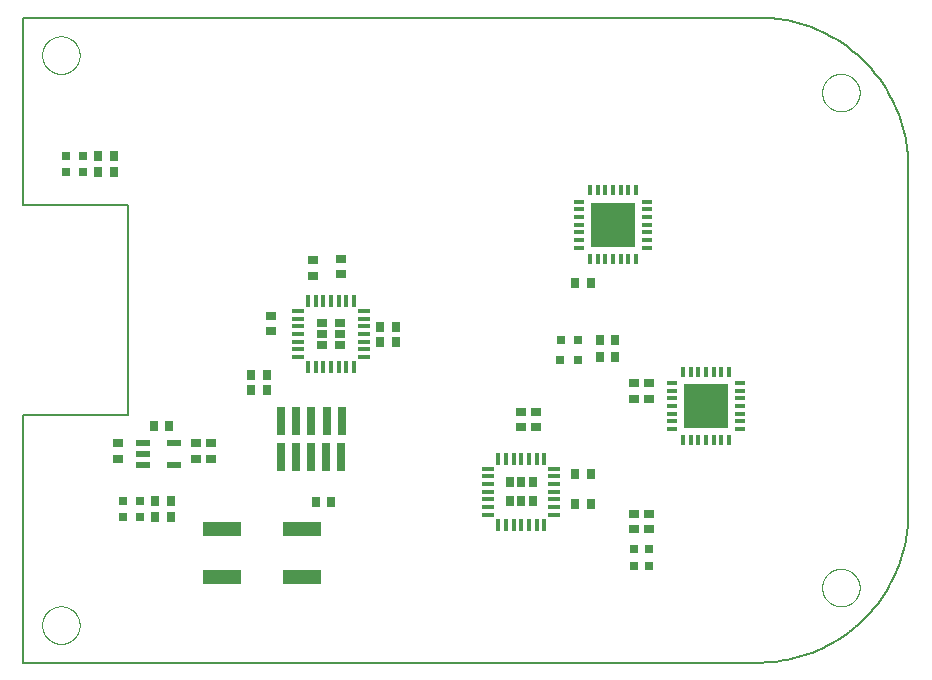
<source format=gtp>
G75*
%MOIN*%
%OFA0B0*%
%FSLAX25Y25*%
%IPPOS*%
%LPD*%
%AMOC8*
5,1,8,0,0,1.08239X$1,22.5*
%
%ADD10C,0.00800*%
%ADD11R,0.03543X0.02756*%
%ADD12R,0.02756X0.03543*%
%ADD13R,0.03150X0.03150*%
%ADD14R,0.01400X0.04000*%
%ADD15R,0.04000X0.01400*%
%ADD16R,0.03750X0.02500*%
%ADD17R,0.02650X0.09700*%
%ADD18R,0.04724X0.02165*%
%ADD19C,0.00000*%
%ADD20R,0.01700X0.03200*%
%ADD21R,0.03200X0.01700*%
%ADD22R,0.14600X0.14600*%
%ADD23R,0.02500X0.03750*%
%ADD24R,0.12598X0.04724*%
D10*
X0055400Y0026400D02*
X0300400Y0026400D01*
X0301608Y0026415D01*
X0302816Y0026458D01*
X0304022Y0026531D01*
X0305226Y0026633D01*
X0306427Y0026765D01*
X0307624Y0026925D01*
X0308818Y0027114D01*
X0310006Y0027331D01*
X0311189Y0027578D01*
X0312366Y0027853D01*
X0313535Y0028156D01*
X0314697Y0028488D01*
X0315851Y0028847D01*
X0316995Y0029234D01*
X0318130Y0029649D01*
X0319255Y0030091D01*
X0320368Y0030560D01*
X0321470Y0031056D01*
X0322560Y0031579D01*
X0323636Y0032127D01*
X0324699Y0032702D01*
X0325748Y0033302D01*
X0326782Y0033927D01*
X0327801Y0034576D01*
X0328803Y0035251D01*
X0329789Y0035949D01*
X0330758Y0036671D01*
X0331709Y0037416D01*
X0332642Y0038184D01*
X0333556Y0038974D01*
X0334451Y0039787D01*
X0335326Y0040620D01*
X0336180Y0041474D01*
X0337013Y0042349D01*
X0337826Y0043244D01*
X0338616Y0044158D01*
X0339384Y0045091D01*
X0340129Y0046042D01*
X0340851Y0047011D01*
X0341549Y0047997D01*
X0342224Y0048999D01*
X0342873Y0050018D01*
X0343498Y0051052D01*
X0344098Y0052101D01*
X0344673Y0053164D01*
X0345221Y0054240D01*
X0345744Y0055330D01*
X0346240Y0056432D01*
X0346709Y0057545D01*
X0347151Y0058670D01*
X0347566Y0059805D01*
X0347953Y0060949D01*
X0348312Y0062103D01*
X0348644Y0063265D01*
X0348947Y0064434D01*
X0349222Y0065611D01*
X0349469Y0066794D01*
X0349686Y0067982D01*
X0349875Y0069176D01*
X0350035Y0070373D01*
X0350167Y0071574D01*
X0350269Y0072778D01*
X0350342Y0073984D01*
X0350385Y0075192D01*
X0350400Y0076400D01*
X0350400Y0191400D01*
X0350385Y0192608D01*
X0350342Y0193816D01*
X0350269Y0195022D01*
X0350167Y0196226D01*
X0350035Y0197427D01*
X0349875Y0198624D01*
X0349686Y0199818D01*
X0349469Y0201006D01*
X0349222Y0202189D01*
X0348947Y0203366D01*
X0348644Y0204535D01*
X0348312Y0205697D01*
X0347953Y0206851D01*
X0347566Y0207995D01*
X0347151Y0209130D01*
X0346709Y0210255D01*
X0346240Y0211368D01*
X0345744Y0212470D01*
X0345221Y0213560D01*
X0344673Y0214636D01*
X0344098Y0215699D01*
X0343498Y0216748D01*
X0342873Y0217782D01*
X0342224Y0218801D01*
X0341549Y0219803D01*
X0340851Y0220789D01*
X0340129Y0221758D01*
X0339384Y0222709D01*
X0338616Y0223642D01*
X0337826Y0224556D01*
X0337013Y0225451D01*
X0336180Y0226326D01*
X0335326Y0227180D01*
X0334451Y0228013D01*
X0333556Y0228826D01*
X0332642Y0229616D01*
X0331709Y0230384D01*
X0330758Y0231129D01*
X0329789Y0231851D01*
X0328803Y0232549D01*
X0327801Y0233224D01*
X0326782Y0233873D01*
X0325748Y0234498D01*
X0324699Y0235098D01*
X0323636Y0235673D01*
X0322560Y0236221D01*
X0321470Y0236744D01*
X0320368Y0237240D01*
X0319255Y0237709D01*
X0318130Y0238151D01*
X0316995Y0238566D01*
X0315851Y0238953D01*
X0314697Y0239312D01*
X0313535Y0239644D01*
X0312366Y0239947D01*
X0311189Y0240222D01*
X0310006Y0240469D01*
X0308818Y0240686D01*
X0307624Y0240875D01*
X0306427Y0241035D01*
X0305226Y0241167D01*
X0304022Y0241269D01*
X0302816Y0241342D01*
X0301608Y0241385D01*
X0300400Y0241400D01*
X0055400Y0241400D01*
X0055400Y0178900D01*
X0090400Y0178900D01*
X0090400Y0108900D01*
X0055400Y0108900D01*
X0055400Y0026400D01*
D11*
X0086900Y0094341D03*
X0086900Y0099459D03*
X0112900Y0099459D03*
X0117900Y0099459D03*
X0117900Y0094341D03*
X0112900Y0094341D03*
X0137900Y0136841D03*
X0137900Y0141959D03*
X0151900Y0155341D03*
X0151900Y0160459D03*
X0161400Y0160959D03*
X0161400Y0155841D03*
X0221400Y0109959D03*
X0226400Y0109959D03*
X0226400Y0104841D03*
X0221400Y0104841D03*
X0258900Y0114341D03*
X0263900Y0114341D03*
X0263900Y0119459D03*
X0258900Y0119459D03*
X0258900Y0075959D03*
X0263900Y0075959D03*
X0263900Y0070841D03*
X0258900Y0070841D03*
D12*
X0244459Y0079400D03*
X0239341Y0079400D03*
X0239341Y0089400D03*
X0244459Y0089400D03*
X0247591Y0128150D03*
X0252709Y0128150D03*
X0252709Y0133900D03*
X0247591Y0133900D03*
X0244459Y0152900D03*
X0239341Y0152900D03*
X0179459Y0138400D03*
X0174341Y0138400D03*
X0174341Y0133400D03*
X0179459Y0133400D03*
X0136459Y0122400D03*
X0131341Y0122400D03*
X0131341Y0117400D03*
X0136459Y0117400D03*
X0103959Y0105400D03*
X0098841Y0105400D03*
X0099341Y0080400D03*
X0104459Y0080400D03*
X0104459Y0074900D03*
X0099341Y0074900D03*
X0152841Y0079900D03*
X0157959Y0079900D03*
X0085459Y0189900D03*
X0080341Y0189900D03*
X0080341Y0195400D03*
X0085459Y0195400D03*
D13*
X0075353Y0195400D03*
X0069447Y0195400D03*
X0069447Y0189900D03*
X0075353Y0189900D03*
X0088447Y0080400D03*
X0088447Y0074900D03*
X0094353Y0074900D03*
X0094353Y0080400D03*
X0234197Y0127150D03*
X0240103Y0127150D03*
X0240353Y0133900D03*
X0234447Y0133900D03*
X0258900Y0064353D03*
X0263900Y0064353D03*
X0263900Y0058447D03*
X0258900Y0058447D03*
D14*
X0229100Y0072400D03*
X0226500Y0072400D03*
X0224000Y0072400D03*
X0221400Y0072400D03*
X0218800Y0072400D03*
X0216300Y0072400D03*
X0213700Y0072400D03*
X0213700Y0094400D03*
X0216300Y0094400D03*
X0218800Y0094400D03*
X0221400Y0094400D03*
X0224000Y0094400D03*
X0226500Y0094400D03*
X0229100Y0094400D03*
X0165600Y0124900D03*
X0163000Y0124900D03*
X0160500Y0124900D03*
X0157900Y0124900D03*
X0155300Y0124900D03*
X0152800Y0124900D03*
X0150200Y0124900D03*
X0150200Y0146900D03*
X0152800Y0146900D03*
X0155300Y0146900D03*
X0157900Y0146900D03*
X0160500Y0146900D03*
X0163000Y0146900D03*
X0165600Y0146900D03*
D15*
X0168900Y0143600D03*
X0168900Y0141000D03*
X0168900Y0138500D03*
X0168900Y0135900D03*
X0168900Y0133300D03*
X0168900Y0130800D03*
X0168900Y0128200D03*
X0146900Y0128200D03*
X0146900Y0130800D03*
X0146900Y0133300D03*
X0146900Y0135900D03*
X0146900Y0138500D03*
X0146900Y0141000D03*
X0146900Y0143600D03*
X0210400Y0091100D03*
X0210400Y0088500D03*
X0210400Y0086000D03*
X0210400Y0083400D03*
X0210400Y0080800D03*
X0210400Y0078300D03*
X0210400Y0075700D03*
X0232400Y0075700D03*
X0232400Y0078300D03*
X0232400Y0080800D03*
X0232400Y0083400D03*
X0232400Y0086000D03*
X0232400Y0088500D03*
X0232400Y0091100D03*
D16*
X0161025Y0132150D03*
X0161025Y0135900D03*
X0161025Y0139650D03*
X0154775Y0139650D03*
X0154775Y0135900D03*
X0154775Y0132150D03*
D17*
X0156525Y0106850D03*
X0161475Y0106900D03*
X0151425Y0106900D03*
X0146375Y0106950D03*
X0141375Y0106850D03*
X0141325Y0094850D03*
X0146325Y0094850D03*
X0151425Y0094800D03*
X0156425Y0094900D03*
X0161425Y0094900D03*
D18*
X0105518Y0092160D03*
X0105518Y0099640D03*
X0095282Y0099640D03*
X0095282Y0095900D03*
X0095282Y0092160D03*
D19*
X0061650Y0038900D02*
X0061652Y0039058D01*
X0061658Y0039215D01*
X0061668Y0039373D01*
X0061682Y0039530D01*
X0061700Y0039686D01*
X0061721Y0039843D01*
X0061747Y0039998D01*
X0061777Y0040153D01*
X0061810Y0040307D01*
X0061848Y0040460D01*
X0061889Y0040613D01*
X0061934Y0040764D01*
X0061983Y0040914D01*
X0062036Y0041062D01*
X0062092Y0041210D01*
X0062153Y0041355D01*
X0062216Y0041500D01*
X0062284Y0041642D01*
X0062355Y0041783D01*
X0062429Y0041922D01*
X0062507Y0042059D01*
X0062589Y0042194D01*
X0062673Y0042327D01*
X0062762Y0042458D01*
X0062853Y0042586D01*
X0062948Y0042713D01*
X0063045Y0042836D01*
X0063146Y0042958D01*
X0063250Y0043076D01*
X0063357Y0043192D01*
X0063467Y0043305D01*
X0063579Y0043416D01*
X0063695Y0043523D01*
X0063813Y0043628D01*
X0063933Y0043730D01*
X0064056Y0043828D01*
X0064182Y0043924D01*
X0064310Y0044016D01*
X0064440Y0044105D01*
X0064572Y0044191D01*
X0064707Y0044273D01*
X0064844Y0044352D01*
X0064982Y0044427D01*
X0065122Y0044499D01*
X0065265Y0044567D01*
X0065408Y0044632D01*
X0065554Y0044693D01*
X0065701Y0044750D01*
X0065849Y0044804D01*
X0065999Y0044854D01*
X0066149Y0044900D01*
X0066301Y0044942D01*
X0066454Y0044981D01*
X0066608Y0045015D01*
X0066763Y0045046D01*
X0066918Y0045072D01*
X0067074Y0045095D01*
X0067231Y0045114D01*
X0067388Y0045129D01*
X0067545Y0045140D01*
X0067703Y0045147D01*
X0067861Y0045150D01*
X0068018Y0045149D01*
X0068176Y0045144D01*
X0068333Y0045135D01*
X0068491Y0045122D01*
X0068647Y0045105D01*
X0068804Y0045084D01*
X0068959Y0045060D01*
X0069114Y0045031D01*
X0069269Y0044998D01*
X0069422Y0044962D01*
X0069575Y0044921D01*
X0069726Y0044877D01*
X0069876Y0044829D01*
X0070025Y0044778D01*
X0070173Y0044722D01*
X0070319Y0044663D01*
X0070464Y0044600D01*
X0070607Y0044533D01*
X0070748Y0044463D01*
X0070887Y0044390D01*
X0071025Y0044313D01*
X0071161Y0044232D01*
X0071294Y0044148D01*
X0071425Y0044061D01*
X0071554Y0043970D01*
X0071681Y0043876D01*
X0071806Y0043779D01*
X0071927Y0043679D01*
X0072047Y0043576D01*
X0072163Y0043470D01*
X0072277Y0043361D01*
X0072389Y0043249D01*
X0072497Y0043135D01*
X0072602Y0043017D01*
X0072705Y0042897D01*
X0072804Y0042775D01*
X0072900Y0042650D01*
X0072993Y0042522D01*
X0073083Y0042393D01*
X0073169Y0042261D01*
X0073253Y0042127D01*
X0073332Y0041991D01*
X0073409Y0041853D01*
X0073481Y0041713D01*
X0073550Y0041571D01*
X0073616Y0041428D01*
X0073678Y0041283D01*
X0073736Y0041136D01*
X0073791Y0040988D01*
X0073842Y0040839D01*
X0073889Y0040688D01*
X0073932Y0040537D01*
X0073971Y0040384D01*
X0074007Y0040230D01*
X0074038Y0040076D01*
X0074066Y0039921D01*
X0074090Y0039765D01*
X0074110Y0039608D01*
X0074126Y0039451D01*
X0074138Y0039294D01*
X0074146Y0039137D01*
X0074150Y0038979D01*
X0074150Y0038821D01*
X0074146Y0038663D01*
X0074138Y0038506D01*
X0074126Y0038349D01*
X0074110Y0038192D01*
X0074090Y0038035D01*
X0074066Y0037879D01*
X0074038Y0037724D01*
X0074007Y0037570D01*
X0073971Y0037416D01*
X0073932Y0037263D01*
X0073889Y0037112D01*
X0073842Y0036961D01*
X0073791Y0036812D01*
X0073736Y0036664D01*
X0073678Y0036517D01*
X0073616Y0036372D01*
X0073550Y0036229D01*
X0073481Y0036087D01*
X0073409Y0035947D01*
X0073332Y0035809D01*
X0073253Y0035673D01*
X0073169Y0035539D01*
X0073083Y0035407D01*
X0072993Y0035278D01*
X0072900Y0035150D01*
X0072804Y0035025D01*
X0072705Y0034903D01*
X0072602Y0034783D01*
X0072497Y0034665D01*
X0072389Y0034551D01*
X0072277Y0034439D01*
X0072163Y0034330D01*
X0072047Y0034224D01*
X0071927Y0034121D01*
X0071806Y0034021D01*
X0071681Y0033924D01*
X0071554Y0033830D01*
X0071425Y0033739D01*
X0071294Y0033652D01*
X0071161Y0033568D01*
X0071025Y0033487D01*
X0070887Y0033410D01*
X0070748Y0033337D01*
X0070607Y0033267D01*
X0070464Y0033200D01*
X0070319Y0033137D01*
X0070173Y0033078D01*
X0070025Y0033022D01*
X0069876Y0032971D01*
X0069726Y0032923D01*
X0069575Y0032879D01*
X0069422Y0032838D01*
X0069269Y0032802D01*
X0069114Y0032769D01*
X0068959Y0032740D01*
X0068804Y0032716D01*
X0068647Y0032695D01*
X0068491Y0032678D01*
X0068333Y0032665D01*
X0068176Y0032656D01*
X0068018Y0032651D01*
X0067861Y0032650D01*
X0067703Y0032653D01*
X0067545Y0032660D01*
X0067388Y0032671D01*
X0067231Y0032686D01*
X0067074Y0032705D01*
X0066918Y0032728D01*
X0066763Y0032754D01*
X0066608Y0032785D01*
X0066454Y0032819D01*
X0066301Y0032858D01*
X0066149Y0032900D01*
X0065999Y0032946D01*
X0065849Y0032996D01*
X0065701Y0033050D01*
X0065554Y0033107D01*
X0065408Y0033168D01*
X0065265Y0033233D01*
X0065122Y0033301D01*
X0064982Y0033373D01*
X0064844Y0033448D01*
X0064707Y0033527D01*
X0064572Y0033609D01*
X0064440Y0033695D01*
X0064310Y0033784D01*
X0064182Y0033876D01*
X0064056Y0033972D01*
X0063933Y0034070D01*
X0063813Y0034172D01*
X0063695Y0034277D01*
X0063579Y0034384D01*
X0063467Y0034495D01*
X0063357Y0034608D01*
X0063250Y0034724D01*
X0063146Y0034842D01*
X0063045Y0034964D01*
X0062948Y0035087D01*
X0062853Y0035214D01*
X0062762Y0035342D01*
X0062673Y0035473D01*
X0062589Y0035606D01*
X0062507Y0035741D01*
X0062429Y0035878D01*
X0062355Y0036017D01*
X0062284Y0036158D01*
X0062216Y0036300D01*
X0062153Y0036445D01*
X0062092Y0036590D01*
X0062036Y0036738D01*
X0061983Y0036886D01*
X0061934Y0037036D01*
X0061889Y0037187D01*
X0061848Y0037340D01*
X0061810Y0037493D01*
X0061777Y0037647D01*
X0061747Y0037802D01*
X0061721Y0037957D01*
X0061700Y0038114D01*
X0061682Y0038270D01*
X0061668Y0038427D01*
X0061658Y0038585D01*
X0061652Y0038742D01*
X0061650Y0038900D01*
X0061650Y0228900D02*
X0061652Y0229058D01*
X0061658Y0229215D01*
X0061668Y0229373D01*
X0061682Y0229530D01*
X0061700Y0229686D01*
X0061721Y0229843D01*
X0061747Y0229998D01*
X0061777Y0230153D01*
X0061810Y0230307D01*
X0061848Y0230460D01*
X0061889Y0230613D01*
X0061934Y0230764D01*
X0061983Y0230914D01*
X0062036Y0231062D01*
X0062092Y0231210D01*
X0062153Y0231355D01*
X0062216Y0231500D01*
X0062284Y0231642D01*
X0062355Y0231783D01*
X0062429Y0231922D01*
X0062507Y0232059D01*
X0062589Y0232194D01*
X0062673Y0232327D01*
X0062762Y0232458D01*
X0062853Y0232586D01*
X0062948Y0232713D01*
X0063045Y0232836D01*
X0063146Y0232958D01*
X0063250Y0233076D01*
X0063357Y0233192D01*
X0063467Y0233305D01*
X0063579Y0233416D01*
X0063695Y0233523D01*
X0063813Y0233628D01*
X0063933Y0233730D01*
X0064056Y0233828D01*
X0064182Y0233924D01*
X0064310Y0234016D01*
X0064440Y0234105D01*
X0064572Y0234191D01*
X0064707Y0234273D01*
X0064844Y0234352D01*
X0064982Y0234427D01*
X0065122Y0234499D01*
X0065265Y0234567D01*
X0065408Y0234632D01*
X0065554Y0234693D01*
X0065701Y0234750D01*
X0065849Y0234804D01*
X0065999Y0234854D01*
X0066149Y0234900D01*
X0066301Y0234942D01*
X0066454Y0234981D01*
X0066608Y0235015D01*
X0066763Y0235046D01*
X0066918Y0235072D01*
X0067074Y0235095D01*
X0067231Y0235114D01*
X0067388Y0235129D01*
X0067545Y0235140D01*
X0067703Y0235147D01*
X0067861Y0235150D01*
X0068018Y0235149D01*
X0068176Y0235144D01*
X0068333Y0235135D01*
X0068491Y0235122D01*
X0068647Y0235105D01*
X0068804Y0235084D01*
X0068959Y0235060D01*
X0069114Y0235031D01*
X0069269Y0234998D01*
X0069422Y0234962D01*
X0069575Y0234921D01*
X0069726Y0234877D01*
X0069876Y0234829D01*
X0070025Y0234778D01*
X0070173Y0234722D01*
X0070319Y0234663D01*
X0070464Y0234600D01*
X0070607Y0234533D01*
X0070748Y0234463D01*
X0070887Y0234390D01*
X0071025Y0234313D01*
X0071161Y0234232D01*
X0071294Y0234148D01*
X0071425Y0234061D01*
X0071554Y0233970D01*
X0071681Y0233876D01*
X0071806Y0233779D01*
X0071927Y0233679D01*
X0072047Y0233576D01*
X0072163Y0233470D01*
X0072277Y0233361D01*
X0072389Y0233249D01*
X0072497Y0233135D01*
X0072602Y0233017D01*
X0072705Y0232897D01*
X0072804Y0232775D01*
X0072900Y0232650D01*
X0072993Y0232522D01*
X0073083Y0232393D01*
X0073169Y0232261D01*
X0073253Y0232127D01*
X0073332Y0231991D01*
X0073409Y0231853D01*
X0073481Y0231713D01*
X0073550Y0231571D01*
X0073616Y0231428D01*
X0073678Y0231283D01*
X0073736Y0231136D01*
X0073791Y0230988D01*
X0073842Y0230839D01*
X0073889Y0230688D01*
X0073932Y0230537D01*
X0073971Y0230384D01*
X0074007Y0230230D01*
X0074038Y0230076D01*
X0074066Y0229921D01*
X0074090Y0229765D01*
X0074110Y0229608D01*
X0074126Y0229451D01*
X0074138Y0229294D01*
X0074146Y0229137D01*
X0074150Y0228979D01*
X0074150Y0228821D01*
X0074146Y0228663D01*
X0074138Y0228506D01*
X0074126Y0228349D01*
X0074110Y0228192D01*
X0074090Y0228035D01*
X0074066Y0227879D01*
X0074038Y0227724D01*
X0074007Y0227570D01*
X0073971Y0227416D01*
X0073932Y0227263D01*
X0073889Y0227112D01*
X0073842Y0226961D01*
X0073791Y0226812D01*
X0073736Y0226664D01*
X0073678Y0226517D01*
X0073616Y0226372D01*
X0073550Y0226229D01*
X0073481Y0226087D01*
X0073409Y0225947D01*
X0073332Y0225809D01*
X0073253Y0225673D01*
X0073169Y0225539D01*
X0073083Y0225407D01*
X0072993Y0225278D01*
X0072900Y0225150D01*
X0072804Y0225025D01*
X0072705Y0224903D01*
X0072602Y0224783D01*
X0072497Y0224665D01*
X0072389Y0224551D01*
X0072277Y0224439D01*
X0072163Y0224330D01*
X0072047Y0224224D01*
X0071927Y0224121D01*
X0071806Y0224021D01*
X0071681Y0223924D01*
X0071554Y0223830D01*
X0071425Y0223739D01*
X0071294Y0223652D01*
X0071161Y0223568D01*
X0071025Y0223487D01*
X0070887Y0223410D01*
X0070748Y0223337D01*
X0070607Y0223267D01*
X0070464Y0223200D01*
X0070319Y0223137D01*
X0070173Y0223078D01*
X0070025Y0223022D01*
X0069876Y0222971D01*
X0069726Y0222923D01*
X0069575Y0222879D01*
X0069422Y0222838D01*
X0069269Y0222802D01*
X0069114Y0222769D01*
X0068959Y0222740D01*
X0068804Y0222716D01*
X0068647Y0222695D01*
X0068491Y0222678D01*
X0068333Y0222665D01*
X0068176Y0222656D01*
X0068018Y0222651D01*
X0067861Y0222650D01*
X0067703Y0222653D01*
X0067545Y0222660D01*
X0067388Y0222671D01*
X0067231Y0222686D01*
X0067074Y0222705D01*
X0066918Y0222728D01*
X0066763Y0222754D01*
X0066608Y0222785D01*
X0066454Y0222819D01*
X0066301Y0222858D01*
X0066149Y0222900D01*
X0065999Y0222946D01*
X0065849Y0222996D01*
X0065701Y0223050D01*
X0065554Y0223107D01*
X0065408Y0223168D01*
X0065265Y0223233D01*
X0065122Y0223301D01*
X0064982Y0223373D01*
X0064844Y0223448D01*
X0064707Y0223527D01*
X0064572Y0223609D01*
X0064440Y0223695D01*
X0064310Y0223784D01*
X0064182Y0223876D01*
X0064056Y0223972D01*
X0063933Y0224070D01*
X0063813Y0224172D01*
X0063695Y0224277D01*
X0063579Y0224384D01*
X0063467Y0224495D01*
X0063357Y0224608D01*
X0063250Y0224724D01*
X0063146Y0224842D01*
X0063045Y0224964D01*
X0062948Y0225087D01*
X0062853Y0225214D01*
X0062762Y0225342D01*
X0062673Y0225473D01*
X0062589Y0225606D01*
X0062507Y0225741D01*
X0062429Y0225878D01*
X0062355Y0226017D01*
X0062284Y0226158D01*
X0062216Y0226300D01*
X0062153Y0226445D01*
X0062092Y0226590D01*
X0062036Y0226738D01*
X0061983Y0226886D01*
X0061934Y0227036D01*
X0061889Y0227187D01*
X0061848Y0227340D01*
X0061810Y0227493D01*
X0061777Y0227647D01*
X0061747Y0227802D01*
X0061721Y0227957D01*
X0061700Y0228114D01*
X0061682Y0228270D01*
X0061668Y0228427D01*
X0061658Y0228585D01*
X0061652Y0228742D01*
X0061650Y0228900D01*
X0321650Y0216400D02*
X0321652Y0216558D01*
X0321658Y0216715D01*
X0321668Y0216873D01*
X0321682Y0217030D01*
X0321700Y0217186D01*
X0321721Y0217343D01*
X0321747Y0217498D01*
X0321777Y0217653D01*
X0321810Y0217807D01*
X0321848Y0217960D01*
X0321889Y0218113D01*
X0321934Y0218264D01*
X0321983Y0218414D01*
X0322036Y0218562D01*
X0322092Y0218710D01*
X0322153Y0218855D01*
X0322216Y0219000D01*
X0322284Y0219142D01*
X0322355Y0219283D01*
X0322429Y0219422D01*
X0322507Y0219559D01*
X0322589Y0219694D01*
X0322673Y0219827D01*
X0322762Y0219958D01*
X0322853Y0220086D01*
X0322948Y0220213D01*
X0323045Y0220336D01*
X0323146Y0220458D01*
X0323250Y0220576D01*
X0323357Y0220692D01*
X0323467Y0220805D01*
X0323579Y0220916D01*
X0323695Y0221023D01*
X0323813Y0221128D01*
X0323933Y0221230D01*
X0324056Y0221328D01*
X0324182Y0221424D01*
X0324310Y0221516D01*
X0324440Y0221605D01*
X0324572Y0221691D01*
X0324707Y0221773D01*
X0324844Y0221852D01*
X0324982Y0221927D01*
X0325122Y0221999D01*
X0325265Y0222067D01*
X0325408Y0222132D01*
X0325554Y0222193D01*
X0325701Y0222250D01*
X0325849Y0222304D01*
X0325999Y0222354D01*
X0326149Y0222400D01*
X0326301Y0222442D01*
X0326454Y0222481D01*
X0326608Y0222515D01*
X0326763Y0222546D01*
X0326918Y0222572D01*
X0327074Y0222595D01*
X0327231Y0222614D01*
X0327388Y0222629D01*
X0327545Y0222640D01*
X0327703Y0222647D01*
X0327861Y0222650D01*
X0328018Y0222649D01*
X0328176Y0222644D01*
X0328333Y0222635D01*
X0328491Y0222622D01*
X0328647Y0222605D01*
X0328804Y0222584D01*
X0328959Y0222560D01*
X0329114Y0222531D01*
X0329269Y0222498D01*
X0329422Y0222462D01*
X0329575Y0222421D01*
X0329726Y0222377D01*
X0329876Y0222329D01*
X0330025Y0222278D01*
X0330173Y0222222D01*
X0330319Y0222163D01*
X0330464Y0222100D01*
X0330607Y0222033D01*
X0330748Y0221963D01*
X0330887Y0221890D01*
X0331025Y0221813D01*
X0331161Y0221732D01*
X0331294Y0221648D01*
X0331425Y0221561D01*
X0331554Y0221470D01*
X0331681Y0221376D01*
X0331806Y0221279D01*
X0331927Y0221179D01*
X0332047Y0221076D01*
X0332163Y0220970D01*
X0332277Y0220861D01*
X0332389Y0220749D01*
X0332497Y0220635D01*
X0332602Y0220517D01*
X0332705Y0220397D01*
X0332804Y0220275D01*
X0332900Y0220150D01*
X0332993Y0220022D01*
X0333083Y0219893D01*
X0333169Y0219761D01*
X0333253Y0219627D01*
X0333332Y0219491D01*
X0333409Y0219353D01*
X0333481Y0219213D01*
X0333550Y0219071D01*
X0333616Y0218928D01*
X0333678Y0218783D01*
X0333736Y0218636D01*
X0333791Y0218488D01*
X0333842Y0218339D01*
X0333889Y0218188D01*
X0333932Y0218037D01*
X0333971Y0217884D01*
X0334007Y0217730D01*
X0334038Y0217576D01*
X0334066Y0217421D01*
X0334090Y0217265D01*
X0334110Y0217108D01*
X0334126Y0216951D01*
X0334138Y0216794D01*
X0334146Y0216637D01*
X0334150Y0216479D01*
X0334150Y0216321D01*
X0334146Y0216163D01*
X0334138Y0216006D01*
X0334126Y0215849D01*
X0334110Y0215692D01*
X0334090Y0215535D01*
X0334066Y0215379D01*
X0334038Y0215224D01*
X0334007Y0215070D01*
X0333971Y0214916D01*
X0333932Y0214763D01*
X0333889Y0214612D01*
X0333842Y0214461D01*
X0333791Y0214312D01*
X0333736Y0214164D01*
X0333678Y0214017D01*
X0333616Y0213872D01*
X0333550Y0213729D01*
X0333481Y0213587D01*
X0333409Y0213447D01*
X0333332Y0213309D01*
X0333253Y0213173D01*
X0333169Y0213039D01*
X0333083Y0212907D01*
X0332993Y0212778D01*
X0332900Y0212650D01*
X0332804Y0212525D01*
X0332705Y0212403D01*
X0332602Y0212283D01*
X0332497Y0212165D01*
X0332389Y0212051D01*
X0332277Y0211939D01*
X0332163Y0211830D01*
X0332047Y0211724D01*
X0331927Y0211621D01*
X0331806Y0211521D01*
X0331681Y0211424D01*
X0331554Y0211330D01*
X0331425Y0211239D01*
X0331294Y0211152D01*
X0331161Y0211068D01*
X0331025Y0210987D01*
X0330887Y0210910D01*
X0330748Y0210837D01*
X0330607Y0210767D01*
X0330464Y0210700D01*
X0330319Y0210637D01*
X0330173Y0210578D01*
X0330025Y0210522D01*
X0329876Y0210471D01*
X0329726Y0210423D01*
X0329575Y0210379D01*
X0329422Y0210338D01*
X0329269Y0210302D01*
X0329114Y0210269D01*
X0328959Y0210240D01*
X0328804Y0210216D01*
X0328647Y0210195D01*
X0328491Y0210178D01*
X0328333Y0210165D01*
X0328176Y0210156D01*
X0328018Y0210151D01*
X0327861Y0210150D01*
X0327703Y0210153D01*
X0327545Y0210160D01*
X0327388Y0210171D01*
X0327231Y0210186D01*
X0327074Y0210205D01*
X0326918Y0210228D01*
X0326763Y0210254D01*
X0326608Y0210285D01*
X0326454Y0210319D01*
X0326301Y0210358D01*
X0326149Y0210400D01*
X0325999Y0210446D01*
X0325849Y0210496D01*
X0325701Y0210550D01*
X0325554Y0210607D01*
X0325408Y0210668D01*
X0325265Y0210733D01*
X0325122Y0210801D01*
X0324982Y0210873D01*
X0324844Y0210948D01*
X0324707Y0211027D01*
X0324572Y0211109D01*
X0324440Y0211195D01*
X0324310Y0211284D01*
X0324182Y0211376D01*
X0324056Y0211472D01*
X0323933Y0211570D01*
X0323813Y0211672D01*
X0323695Y0211777D01*
X0323579Y0211884D01*
X0323467Y0211995D01*
X0323357Y0212108D01*
X0323250Y0212224D01*
X0323146Y0212342D01*
X0323045Y0212464D01*
X0322948Y0212587D01*
X0322853Y0212714D01*
X0322762Y0212842D01*
X0322673Y0212973D01*
X0322589Y0213106D01*
X0322507Y0213241D01*
X0322429Y0213378D01*
X0322355Y0213517D01*
X0322284Y0213658D01*
X0322216Y0213800D01*
X0322153Y0213945D01*
X0322092Y0214090D01*
X0322036Y0214238D01*
X0321983Y0214386D01*
X0321934Y0214536D01*
X0321889Y0214687D01*
X0321848Y0214840D01*
X0321810Y0214993D01*
X0321777Y0215147D01*
X0321747Y0215302D01*
X0321721Y0215457D01*
X0321700Y0215614D01*
X0321682Y0215770D01*
X0321668Y0215927D01*
X0321658Y0216085D01*
X0321652Y0216242D01*
X0321650Y0216400D01*
X0321650Y0051400D02*
X0321652Y0051558D01*
X0321658Y0051715D01*
X0321668Y0051873D01*
X0321682Y0052030D01*
X0321700Y0052186D01*
X0321721Y0052343D01*
X0321747Y0052498D01*
X0321777Y0052653D01*
X0321810Y0052807D01*
X0321848Y0052960D01*
X0321889Y0053113D01*
X0321934Y0053264D01*
X0321983Y0053414D01*
X0322036Y0053562D01*
X0322092Y0053710D01*
X0322153Y0053855D01*
X0322216Y0054000D01*
X0322284Y0054142D01*
X0322355Y0054283D01*
X0322429Y0054422D01*
X0322507Y0054559D01*
X0322589Y0054694D01*
X0322673Y0054827D01*
X0322762Y0054958D01*
X0322853Y0055086D01*
X0322948Y0055213D01*
X0323045Y0055336D01*
X0323146Y0055458D01*
X0323250Y0055576D01*
X0323357Y0055692D01*
X0323467Y0055805D01*
X0323579Y0055916D01*
X0323695Y0056023D01*
X0323813Y0056128D01*
X0323933Y0056230D01*
X0324056Y0056328D01*
X0324182Y0056424D01*
X0324310Y0056516D01*
X0324440Y0056605D01*
X0324572Y0056691D01*
X0324707Y0056773D01*
X0324844Y0056852D01*
X0324982Y0056927D01*
X0325122Y0056999D01*
X0325265Y0057067D01*
X0325408Y0057132D01*
X0325554Y0057193D01*
X0325701Y0057250D01*
X0325849Y0057304D01*
X0325999Y0057354D01*
X0326149Y0057400D01*
X0326301Y0057442D01*
X0326454Y0057481D01*
X0326608Y0057515D01*
X0326763Y0057546D01*
X0326918Y0057572D01*
X0327074Y0057595D01*
X0327231Y0057614D01*
X0327388Y0057629D01*
X0327545Y0057640D01*
X0327703Y0057647D01*
X0327861Y0057650D01*
X0328018Y0057649D01*
X0328176Y0057644D01*
X0328333Y0057635D01*
X0328491Y0057622D01*
X0328647Y0057605D01*
X0328804Y0057584D01*
X0328959Y0057560D01*
X0329114Y0057531D01*
X0329269Y0057498D01*
X0329422Y0057462D01*
X0329575Y0057421D01*
X0329726Y0057377D01*
X0329876Y0057329D01*
X0330025Y0057278D01*
X0330173Y0057222D01*
X0330319Y0057163D01*
X0330464Y0057100D01*
X0330607Y0057033D01*
X0330748Y0056963D01*
X0330887Y0056890D01*
X0331025Y0056813D01*
X0331161Y0056732D01*
X0331294Y0056648D01*
X0331425Y0056561D01*
X0331554Y0056470D01*
X0331681Y0056376D01*
X0331806Y0056279D01*
X0331927Y0056179D01*
X0332047Y0056076D01*
X0332163Y0055970D01*
X0332277Y0055861D01*
X0332389Y0055749D01*
X0332497Y0055635D01*
X0332602Y0055517D01*
X0332705Y0055397D01*
X0332804Y0055275D01*
X0332900Y0055150D01*
X0332993Y0055022D01*
X0333083Y0054893D01*
X0333169Y0054761D01*
X0333253Y0054627D01*
X0333332Y0054491D01*
X0333409Y0054353D01*
X0333481Y0054213D01*
X0333550Y0054071D01*
X0333616Y0053928D01*
X0333678Y0053783D01*
X0333736Y0053636D01*
X0333791Y0053488D01*
X0333842Y0053339D01*
X0333889Y0053188D01*
X0333932Y0053037D01*
X0333971Y0052884D01*
X0334007Y0052730D01*
X0334038Y0052576D01*
X0334066Y0052421D01*
X0334090Y0052265D01*
X0334110Y0052108D01*
X0334126Y0051951D01*
X0334138Y0051794D01*
X0334146Y0051637D01*
X0334150Y0051479D01*
X0334150Y0051321D01*
X0334146Y0051163D01*
X0334138Y0051006D01*
X0334126Y0050849D01*
X0334110Y0050692D01*
X0334090Y0050535D01*
X0334066Y0050379D01*
X0334038Y0050224D01*
X0334007Y0050070D01*
X0333971Y0049916D01*
X0333932Y0049763D01*
X0333889Y0049612D01*
X0333842Y0049461D01*
X0333791Y0049312D01*
X0333736Y0049164D01*
X0333678Y0049017D01*
X0333616Y0048872D01*
X0333550Y0048729D01*
X0333481Y0048587D01*
X0333409Y0048447D01*
X0333332Y0048309D01*
X0333253Y0048173D01*
X0333169Y0048039D01*
X0333083Y0047907D01*
X0332993Y0047778D01*
X0332900Y0047650D01*
X0332804Y0047525D01*
X0332705Y0047403D01*
X0332602Y0047283D01*
X0332497Y0047165D01*
X0332389Y0047051D01*
X0332277Y0046939D01*
X0332163Y0046830D01*
X0332047Y0046724D01*
X0331927Y0046621D01*
X0331806Y0046521D01*
X0331681Y0046424D01*
X0331554Y0046330D01*
X0331425Y0046239D01*
X0331294Y0046152D01*
X0331161Y0046068D01*
X0331025Y0045987D01*
X0330887Y0045910D01*
X0330748Y0045837D01*
X0330607Y0045767D01*
X0330464Y0045700D01*
X0330319Y0045637D01*
X0330173Y0045578D01*
X0330025Y0045522D01*
X0329876Y0045471D01*
X0329726Y0045423D01*
X0329575Y0045379D01*
X0329422Y0045338D01*
X0329269Y0045302D01*
X0329114Y0045269D01*
X0328959Y0045240D01*
X0328804Y0045216D01*
X0328647Y0045195D01*
X0328491Y0045178D01*
X0328333Y0045165D01*
X0328176Y0045156D01*
X0328018Y0045151D01*
X0327861Y0045150D01*
X0327703Y0045153D01*
X0327545Y0045160D01*
X0327388Y0045171D01*
X0327231Y0045186D01*
X0327074Y0045205D01*
X0326918Y0045228D01*
X0326763Y0045254D01*
X0326608Y0045285D01*
X0326454Y0045319D01*
X0326301Y0045358D01*
X0326149Y0045400D01*
X0325999Y0045446D01*
X0325849Y0045496D01*
X0325701Y0045550D01*
X0325554Y0045607D01*
X0325408Y0045668D01*
X0325265Y0045733D01*
X0325122Y0045801D01*
X0324982Y0045873D01*
X0324844Y0045948D01*
X0324707Y0046027D01*
X0324572Y0046109D01*
X0324440Y0046195D01*
X0324310Y0046284D01*
X0324182Y0046376D01*
X0324056Y0046472D01*
X0323933Y0046570D01*
X0323813Y0046672D01*
X0323695Y0046777D01*
X0323579Y0046884D01*
X0323467Y0046995D01*
X0323357Y0047108D01*
X0323250Y0047224D01*
X0323146Y0047342D01*
X0323045Y0047464D01*
X0322948Y0047587D01*
X0322853Y0047714D01*
X0322762Y0047842D01*
X0322673Y0047973D01*
X0322589Y0048106D01*
X0322507Y0048241D01*
X0322429Y0048378D01*
X0322355Y0048517D01*
X0322284Y0048658D01*
X0322216Y0048800D01*
X0322153Y0048945D01*
X0322092Y0049090D01*
X0322036Y0049238D01*
X0321983Y0049386D01*
X0321934Y0049536D01*
X0321889Y0049687D01*
X0321848Y0049840D01*
X0321810Y0049993D01*
X0321777Y0050147D01*
X0321747Y0050302D01*
X0321721Y0050457D01*
X0321700Y0050614D01*
X0321682Y0050770D01*
X0321668Y0050927D01*
X0321658Y0051085D01*
X0321652Y0051242D01*
X0321650Y0051400D01*
D20*
X0290600Y0100500D03*
X0288000Y0100500D03*
X0285500Y0100500D03*
X0282900Y0100500D03*
X0280300Y0100500D03*
X0277800Y0100500D03*
X0275200Y0100500D03*
X0275200Y0123300D03*
X0277800Y0123300D03*
X0280300Y0123300D03*
X0282900Y0123300D03*
X0285500Y0123300D03*
X0288000Y0123300D03*
X0290600Y0123300D03*
X0259600Y0161000D03*
X0257000Y0161000D03*
X0254500Y0161000D03*
X0251900Y0161000D03*
X0249300Y0161000D03*
X0246800Y0161000D03*
X0244200Y0161000D03*
X0244200Y0183800D03*
X0246800Y0183800D03*
X0249300Y0183800D03*
X0251900Y0183800D03*
X0254500Y0183800D03*
X0257000Y0183800D03*
X0259600Y0183800D03*
D21*
X0263300Y0180100D03*
X0263300Y0177500D03*
X0263300Y0175000D03*
X0263300Y0172400D03*
X0263300Y0169800D03*
X0263300Y0167300D03*
X0263300Y0164700D03*
X0240500Y0164700D03*
X0240500Y0167300D03*
X0240500Y0169800D03*
X0240500Y0172400D03*
X0240500Y0175000D03*
X0240500Y0177500D03*
X0240500Y0180100D03*
X0271500Y0119600D03*
X0271500Y0117000D03*
X0271500Y0114500D03*
X0271500Y0111900D03*
X0271500Y0109300D03*
X0271500Y0106800D03*
X0271500Y0104200D03*
X0294300Y0104200D03*
X0294300Y0106800D03*
X0294300Y0109300D03*
X0294300Y0111900D03*
X0294300Y0114500D03*
X0294300Y0117000D03*
X0294300Y0119600D03*
D22*
X0282900Y0111900D03*
X0251900Y0172400D03*
D23*
X0225150Y0086525D03*
X0221400Y0086525D03*
X0217650Y0086525D03*
X0217650Y0080275D03*
X0221400Y0080275D03*
X0225150Y0080275D03*
D24*
X0148286Y0070774D03*
X0148286Y0055026D03*
X0121514Y0055026D03*
X0121514Y0070774D03*
M02*

</source>
